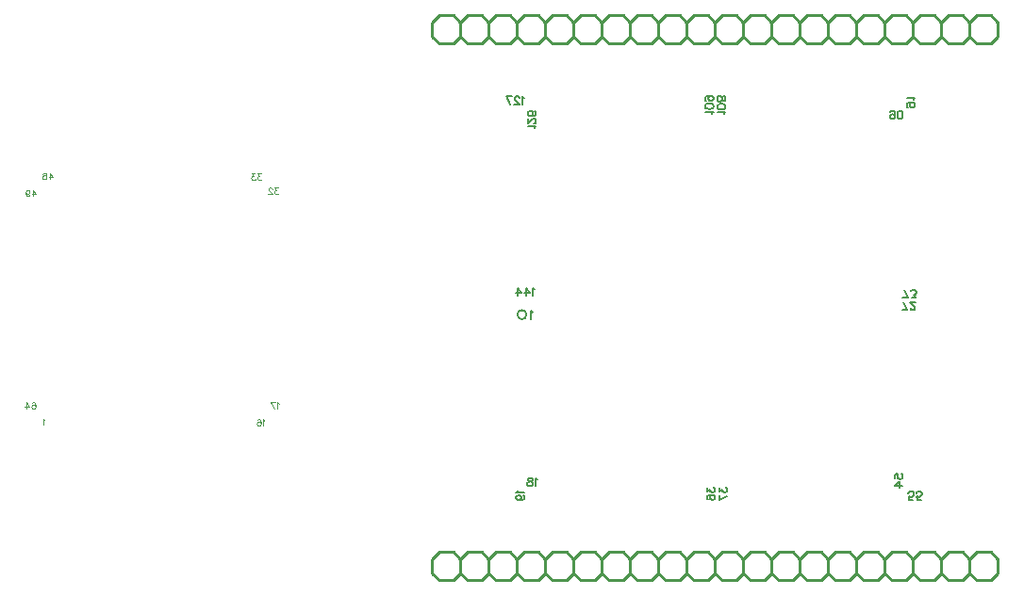
<source format=gbo>
G04 ---------------------------- Layer name :BOTTOM SILK LAYER*
G04 easyEDA 0.1*
G04 Scale: 100 percent, Rotated: No, Reflected: No *
G04 Dimensions in inches *
G04 leading zeros omitted , absolute positions ,2 integer and 4 * 
%FSLAX24Y24*%
%MOIN*%
G90*
G70D02*

%ADD10C,0.010000*%
%ADD11C,0.007874*%
%ADD12C,0.006000*%
%ADD13C,0.003937*%

%LPD*%
G54D10*
G01X21450Y77800D02*
G01X20950Y77800D01*
G01X20950Y77800D02*
G01X20700Y77550D01*
G01X20700Y77550D02*
G01X20700Y77050D01*
G01X20700Y77050D02*
G01X20950Y76800D01*
G01X22700Y77550D02*
G01X22450Y77800D01*
G01X22450Y77800D02*
G01X21950Y77800D01*
G01X21950Y77800D02*
G01X21700Y77550D01*
G01X21700Y77550D02*
G01X21700Y77050D01*
G01X21700Y77050D02*
G01X21950Y76800D01*
G01X21950Y76800D02*
G01X22450Y76800D01*
G01X22450Y76800D02*
G01X22700Y77050D01*
G01X21450Y77800D02*
G01X21700Y77550D01*
G01X21700Y77050D02*
G01X21450Y76800D01*
G01X20950Y76800D02*
G01X21450Y76800D01*
G01X24450Y77800D02*
G01X23950Y77800D01*
G01X23950Y77800D02*
G01X23700Y77550D01*
G01X23700Y77550D02*
G01X23700Y77050D01*
G01X23700Y77050D02*
G01X23950Y76800D01*
G01X23700Y77550D02*
G01X23450Y77800D01*
G01X23450Y77800D02*
G01X22950Y77800D01*
G01X22950Y77800D02*
G01X22700Y77550D01*
G01X22700Y77550D02*
G01X22700Y77050D01*
G01X22700Y77050D02*
G01X22950Y76800D01*
G01X22950Y76800D02*
G01X23450Y76800D01*
G01X23450Y76800D02*
G01X23700Y77050D01*
G01X25700Y77550D02*
G01X25450Y77800D01*
G01X25450Y77800D02*
G01X24950Y77800D01*
G01X24950Y77800D02*
G01X24700Y77550D01*
G01X24700Y77550D02*
G01X24700Y77050D01*
G01X24700Y77050D02*
G01X24950Y76800D01*
G01X24950Y76800D02*
G01X25450Y76800D01*
G01X25450Y76800D02*
G01X25700Y77050D01*
G01X24450Y77800D02*
G01X24700Y77550D01*
G01X24700Y77050D02*
G01X24450Y76800D01*
G01X23950Y76800D02*
G01X24450Y76800D01*
G01X27450Y77800D02*
G01X26950Y77800D01*
G01X26950Y77800D02*
G01X26700Y77550D01*
G01X26700Y77550D02*
G01X26700Y77050D01*
G01X26700Y77050D02*
G01X26950Y76800D01*
G01X26700Y77550D02*
G01X26450Y77800D01*
G01X26450Y77800D02*
G01X25950Y77800D01*
G01X25950Y77800D02*
G01X25700Y77550D01*
G01X25700Y77550D02*
G01X25700Y77050D01*
G01X25700Y77050D02*
G01X25950Y76800D01*
G01X25950Y76800D02*
G01X26450Y76800D01*
G01X26450Y76800D02*
G01X26700Y77050D01*
G01X28700Y77550D02*
G01X28450Y77800D01*
G01X28450Y77800D02*
G01X27950Y77800D01*
G01X27950Y77800D02*
G01X27700Y77550D01*
G01X27700Y77550D02*
G01X27700Y77050D01*
G01X27700Y77050D02*
G01X27950Y76800D01*
G01X27950Y76800D02*
G01X28450Y76800D01*
G01X28450Y76800D02*
G01X28700Y77050D01*
G01X27450Y77800D02*
G01X27700Y77550D01*
G01X27700Y77050D02*
G01X27450Y76800D01*
G01X26950Y76800D02*
G01X27450Y76800D01*
G01X30450Y77800D02*
G01X29950Y77800D01*
G01X29950Y77800D02*
G01X29700Y77550D01*
G01X29700Y77550D02*
G01X29700Y77050D01*
G01X29700Y77050D02*
G01X29950Y76800D01*
G01X29700Y77550D02*
G01X29450Y77800D01*
G01X29450Y77800D02*
G01X28950Y77800D01*
G01X28950Y77800D02*
G01X28700Y77550D01*
G01X28700Y77550D02*
G01X28700Y77050D01*
G01X28700Y77050D02*
G01X28950Y76800D01*
G01X28950Y76800D02*
G01X29450Y76800D01*
G01X29450Y76800D02*
G01X29700Y77050D01*
G01X31700Y77550D02*
G01X31450Y77800D01*
G01X31450Y77800D02*
G01X30950Y77800D01*
G01X30950Y77800D02*
G01X30700Y77550D01*
G01X30700Y77550D02*
G01X30700Y77050D01*
G01X30700Y77050D02*
G01X30950Y76800D01*
G01X30950Y76800D02*
G01X31450Y76800D01*
G01X31450Y76800D02*
G01X31700Y77050D01*
G01X30450Y77800D02*
G01X30700Y77550D01*
G01X30700Y77050D02*
G01X30450Y76800D01*
G01X29950Y76800D02*
G01X30450Y76800D01*
G01X33450Y77800D02*
G01X32950Y77800D01*
G01X32950Y77800D02*
G01X32700Y77550D01*
G01X32700Y77550D02*
G01X32700Y77050D01*
G01X32700Y77050D02*
G01X32950Y76800D01*
G01X32700Y77550D02*
G01X32450Y77800D01*
G01X32450Y77800D02*
G01X31950Y77800D01*
G01X31950Y77800D02*
G01X31700Y77550D01*
G01X31700Y77550D02*
G01X31700Y77050D01*
G01X31700Y77050D02*
G01X31950Y76800D01*
G01X31950Y76800D02*
G01X32450Y76800D01*
G01X32450Y76800D02*
G01X32700Y77050D01*
G01X34700Y77550D02*
G01X34450Y77800D01*
G01X34450Y77800D02*
G01X33950Y77800D01*
G01X33950Y77800D02*
G01X33700Y77550D01*
G01X33700Y77550D02*
G01X33700Y77050D01*
G01X33700Y77050D02*
G01X33950Y76800D01*
G01X33950Y76800D02*
G01X34450Y76800D01*
G01X34450Y76800D02*
G01X34700Y77050D01*
G01X33450Y77800D02*
G01X33700Y77550D01*
G01X33700Y77050D02*
G01X33450Y76800D01*
G01X32950Y76800D02*
G01X33450Y76800D01*
G01X36450Y77800D02*
G01X35950Y77800D01*
G01X35950Y77800D02*
G01X35700Y77550D01*
G01X35700Y77550D02*
G01X35700Y77050D01*
G01X35700Y77050D02*
G01X35950Y76800D01*
G01X35700Y77550D02*
G01X35450Y77800D01*
G01X35450Y77800D02*
G01X34950Y77800D01*
G01X34950Y77800D02*
G01X34700Y77550D01*
G01X34700Y77550D02*
G01X34700Y77050D01*
G01X34700Y77050D02*
G01X34950Y76800D01*
G01X34950Y76800D02*
G01X35450Y76800D01*
G01X35450Y76800D02*
G01X35700Y77050D01*
G01X37700Y77550D02*
G01X37450Y77800D01*
G01X37450Y77800D02*
G01X36950Y77800D01*
G01X36950Y77800D02*
G01X36700Y77550D01*
G01X36700Y77550D02*
G01X36700Y77050D01*
G01X36700Y77050D02*
G01X36950Y76800D01*
G01X36950Y76800D02*
G01X37450Y76800D01*
G01X37450Y76800D02*
G01X37700Y77050D01*
G01X36450Y77800D02*
G01X36700Y77550D01*
G01X36700Y77050D02*
G01X36450Y76800D01*
G01X35950Y76800D02*
G01X36450Y76800D01*
G01X39450Y77800D02*
G01X38950Y77800D01*
G01X38950Y77800D02*
G01X38700Y77550D01*
G01X38700Y77550D02*
G01X38700Y77050D01*
G01X38700Y77050D02*
G01X38950Y76800D01*
G01X38700Y77550D02*
G01X38450Y77800D01*
G01X38450Y77800D02*
G01X37950Y77800D01*
G01X37950Y77800D02*
G01X37700Y77550D01*
G01X37700Y77550D02*
G01X37700Y77050D01*
G01X37700Y77050D02*
G01X37950Y76800D01*
G01X37950Y76800D02*
G01X38450Y76800D01*
G01X38450Y76800D02*
G01X38700Y77050D01*
G01X39700Y77550D02*
G01X39700Y77050D01*
G01X39450Y77800D02*
G01X39700Y77550D01*
G01X39700Y77050D02*
G01X39450Y76800D01*
G01X38950Y76800D02*
G01X39450Y76800D01*
G01X20450Y77800D02*
G01X19950Y77800D01*
G01X19950Y77800D02*
G01X19700Y77550D01*
G01X19700Y77550D02*
G01X19700Y77050D01*
G01X19700Y77050D02*
G01X19950Y76800D01*
G01X20450Y77800D02*
G01X20700Y77550D01*
G01X20700Y77050D02*
G01X20450Y76800D01*
G01X19950Y76800D02*
G01X20450Y76800D01*
G01X21450Y58800D02*
G01X20950Y58800D01*
G01X20950Y58800D02*
G01X20700Y58550D01*
G01X20700Y58550D02*
G01X20700Y58050D01*
G01X20700Y58050D02*
G01X20950Y57800D01*
G01X22700Y58550D02*
G01X22450Y58800D01*
G01X22450Y58800D02*
G01X21950Y58800D01*
G01X21950Y58800D02*
G01X21700Y58550D01*
G01X21700Y58550D02*
G01X21700Y58050D01*
G01X21700Y58050D02*
G01X21950Y57800D01*
G01X21950Y57800D02*
G01X22450Y57800D01*
G01X22450Y57800D02*
G01X22700Y58050D01*
G01X21450Y58800D02*
G01X21700Y58550D01*
G01X21700Y58050D02*
G01X21450Y57800D01*
G01X20950Y57800D02*
G01X21450Y57800D01*
G01X24450Y58800D02*
G01X23950Y58800D01*
G01X23950Y58800D02*
G01X23700Y58550D01*
G01X23700Y58550D02*
G01X23700Y58050D01*
G01X23700Y58050D02*
G01X23950Y57800D01*
G01X23700Y58550D02*
G01X23450Y58800D01*
G01X23450Y58800D02*
G01X22950Y58800D01*
G01X22950Y58800D02*
G01X22700Y58550D01*
G01X22700Y58550D02*
G01X22700Y58050D01*
G01X22700Y58050D02*
G01X22950Y57800D01*
G01X22950Y57800D02*
G01X23450Y57800D01*
G01X23450Y57800D02*
G01X23700Y58050D01*
G01X25700Y58550D02*
G01X25450Y58800D01*
G01X25450Y58800D02*
G01X24950Y58800D01*
G01X24950Y58800D02*
G01X24700Y58550D01*
G01X24700Y58550D02*
G01X24700Y58050D01*
G01X24700Y58050D02*
G01X24950Y57800D01*
G01X24950Y57800D02*
G01X25450Y57800D01*
G01X25450Y57800D02*
G01X25700Y58050D01*
G01X24450Y58800D02*
G01X24700Y58550D01*
G01X24700Y58050D02*
G01X24450Y57800D01*
G01X23950Y57800D02*
G01X24450Y57800D01*
G01X27450Y58800D02*
G01X26950Y58800D01*
G01X26950Y58800D02*
G01X26700Y58550D01*
G01X26700Y58550D02*
G01X26700Y58050D01*
G01X26700Y58050D02*
G01X26950Y57800D01*
G01X26700Y58550D02*
G01X26450Y58800D01*
G01X26450Y58800D02*
G01X25950Y58800D01*
G01X25950Y58800D02*
G01X25700Y58550D01*
G01X25700Y58550D02*
G01X25700Y58050D01*
G01X25700Y58050D02*
G01X25950Y57800D01*
G01X25950Y57800D02*
G01X26450Y57800D01*
G01X26450Y57800D02*
G01X26700Y58050D01*
G01X28700Y58550D02*
G01X28450Y58800D01*
G01X28450Y58800D02*
G01X27950Y58800D01*
G01X27950Y58800D02*
G01X27700Y58550D01*
G01X27700Y58550D02*
G01X27700Y58050D01*
G01X27700Y58050D02*
G01X27950Y57800D01*
G01X27950Y57800D02*
G01X28450Y57800D01*
G01X28450Y57800D02*
G01X28700Y58050D01*
G01X27450Y58800D02*
G01X27700Y58550D01*
G01X27700Y58050D02*
G01X27450Y57800D01*
G01X26950Y57800D02*
G01X27450Y57800D01*
G01X30450Y58800D02*
G01X29950Y58800D01*
G01X29950Y58800D02*
G01X29700Y58550D01*
G01X29700Y58550D02*
G01X29700Y58050D01*
G01X29700Y58050D02*
G01X29950Y57800D01*
G01X29700Y58550D02*
G01X29450Y58800D01*
G01X29450Y58800D02*
G01X28950Y58800D01*
G01X28950Y58800D02*
G01X28700Y58550D01*
G01X28700Y58550D02*
G01X28700Y58050D01*
G01X28700Y58050D02*
G01X28950Y57800D01*
G01X28950Y57800D02*
G01X29450Y57800D01*
G01X29450Y57800D02*
G01X29700Y58050D01*
G01X31700Y58550D02*
G01X31450Y58800D01*
G01X31450Y58800D02*
G01X30950Y58800D01*
G01X30950Y58800D02*
G01X30700Y58550D01*
G01X30700Y58550D02*
G01X30700Y58050D01*
G01X30700Y58050D02*
G01X30950Y57800D01*
G01X30950Y57800D02*
G01X31450Y57800D01*
G01X31450Y57800D02*
G01X31700Y58050D01*
G01X30450Y58800D02*
G01X30700Y58550D01*
G01X30700Y58050D02*
G01X30450Y57800D01*
G01X29950Y57800D02*
G01X30450Y57800D01*
G01X33450Y58800D02*
G01X32950Y58800D01*
G01X32950Y58800D02*
G01X32700Y58550D01*
G01X32700Y58550D02*
G01X32700Y58050D01*
G01X32700Y58050D02*
G01X32950Y57800D01*
G01X32700Y58550D02*
G01X32450Y58800D01*
G01X32450Y58800D02*
G01X31950Y58800D01*
G01X31950Y58800D02*
G01X31700Y58550D01*
G01X31700Y58550D02*
G01X31700Y58050D01*
G01X31700Y58050D02*
G01X31950Y57800D01*
G01X31950Y57800D02*
G01X32450Y57800D01*
G01X32450Y57800D02*
G01X32700Y58050D01*
G01X34700Y58550D02*
G01X34450Y58800D01*
G01X34450Y58800D02*
G01X33950Y58800D01*
G01X33950Y58800D02*
G01X33700Y58550D01*
G01X33700Y58550D02*
G01X33700Y58050D01*
G01X33700Y58050D02*
G01X33950Y57800D01*
G01X33950Y57800D02*
G01X34450Y57800D01*
G01X34450Y57800D02*
G01X34700Y58050D01*
G01X33450Y58800D02*
G01X33700Y58550D01*
G01X33700Y58050D02*
G01X33450Y57800D01*
G01X32950Y57800D02*
G01X33450Y57800D01*
G01X36450Y58800D02*
G01X35950Y58800D01*
G01X35950Y58800D02*
G01X35700Y58550D01*
G01X35700Y58550D02*
G01X35700Y58050D01*
G01X35700Y58050D02*
G01X35950Y57800D01*
G01X35700Y58550D02*
G01X35450Y58800D01*
G01X35450Y58800D02*
G01X34950Y58800D01*
G01X34950Y58800D02*
G01X34700Y58550D01*
G01X34700Y58550D02*
G01X34700Y58050D01*
G01X34700Y58050D02*
G01X34950Y57800D01*
G01X34950Y57800D02*
G01X35450Y57800D01*
G01X35450Y57800D02*
G01X35700Y58050D01*
G01X37700Y58550D02*
G01X37450Y58800D01*
G01X37450Y58800D02*
G01X36950Y58800D01*
G01X36950Y58800D02*
G01X36700Y58550D01*
G01X36700Y58550D02*
G01X36700Y58050D01*
G01X36700Y58050D02*
G01X36950Y57800D01*
G01X36950Y57800D02*
G01X37450Y57800D01*
G01X37450Y57800D02*
G01X37700Y58050D01*
G01X36450Y58800D02*
G01X36700Y58550D01*
G01X36700Y58050D02*
G01X36450Y57800D01*
G01X35950Y57800D02*
G01X36450Y57800D01*
G01X39450Y58800D02*
G01X38950Y58800D01*
G01X38950Y58800D02*
G01X38700Y58550D01*
G01X38700Y58550D02*
G01X38700Y58050D01*
G01X38700Y58050D02*
G01X38950Y57800D01*
G01X38700Y58550D02*
G01X38450Y58800D01*
G01X38450Y58800D02*
G01X37950Y58800D01*
G01X37950Y58800D02*
G01X37700Y58550D01*
G01X37700Y58550D02*
G01X37700Y58050D01*
G01X37700Y58050D02*
G01X37950Y57800D01*
G01X37950Y57800D02*
G01X38450Y57800D01*
G01X38450Y57800D02*
G01X38700Y58050D01*
G01X39700Y58550D02*
G01X39700Y58050D01*
G01X39450Y58800D02*
G01X39700Y58550D01*
G01X39700Y58050D02*
G01X39450Y57800D01*
G01X38950Y57800D02*
G01X39450Y57800D01*
G01X20450Y58800D02*
G01X19950Y58800D01*
G01X19950Y58800D02*
G01X19700Y58550D01*
G01X19700Y58550D02*
G01X19700Y58050D01*
G01X19700Y58050D02*
G01X19950Y57800D01*
G01X20450Y58800D02*
G01X20700Y58550D01*
G01X20700Y58050D02*
G01X20450Y57800D01*
G01X19950Y57800D02*
G01X20450Y57800D01*
G54D12*
G01X29838Y61082D02*
G01X29838Y60932D01*
G01X29948Y61014D01*
G01X29948Y60973D01*
G01X29961Y60946D01*
G01X29975Y60932D01*
G01X30016Y60919D01*
G01X30043Y60919D01*
G01X30084Y60932D01*
G01X30111Y60959D01*
G01X30125Y61000D01*
G01X30125Y61041D01*
G01X30111Y61082D01*
G01X30098Y61096D01*
G01X30070Y61109D01*
G01X29838Y60638D02*
G01X30125Y60774D01*
G01X29838Y60829D02*
G01X29838Y60638D01*
G01X29406Y61083D02*
G01X29406Y60933D01*
G01X29514Y61015D01*
G01X29514Y60974D01*
G01X29528Y60946D01*
G01X29543Y60933D01*
G01X29584Y60919D01*
G01X29610Y60919D01*
G01X29652Y60933D01*
G01X29678Y60960D01*
G01X29693Y61001D01*
G01X29693Y61042D01*
G01X29678Y61083D01*
G01X29664Y61096D01*
G01X29638Y61110D01*
G01X29447Y60665D02*
G01X29419Y60679D01*
G01X29406Y60720D01*
G01X29406Y60747D01*
G01X29419Y60788D01*
G01X29460Y60815D01*
G01X29528Y60829D01*
G01X29597Y60829D01*
G01X29652Y60815D01*
G01X29678Y60788D01*
G01X29693Y60747D01*
G01X29693Y60734D01*
G01X29678Y60693D01*
G01X29652Y60665D01*
G01X29610Y60652D01*
G01X29597Y60652D01*
G01X29556Y60665D01*
G01X29528Y60693D01*
G01X29514Y60734D01*
G01X29514Y60747D01*
G01X29528Y60788D01*
G01X29556Y60815D01*
G01X29597Y60829D01*
G01X23248Y67295D02*
G01X23220Y67309D01*
G01X23180Y67350D01*
G01X23180Y67063D01*
G01X23317Y68105D02*
G01X23289Y68119D01*
G01X23249Y68159D01*
G01X23249Y67873D01*
G01X23022Y68159D02*
G01X23159Y67969D01*
G01X22954Y67969D01*
G01X23022Y68159D02*
G01X23022Y67873D01*
G01X22728Y68159D02*
G01X22864Y67969D01*
G01X22660Y67969D01*
G01X22728Y68159D02*
G01X22728Y67873D01*
G01X22718Y60980D02*
G01X22703Y60953D01*
G01X22663Y60912D01*
G01X22950Y60912D01*
G01X22759Y60645D02*
G01X22800Y60658D01*
G01X22827Y60685D01*
G01X22840Y60726D01*
G01X22840Y60740D01*
G01X22827Y60781D01*
G01X22800Y60808D01*
G01X22759Y60822D01*
G01X22744Y60822D01*
G01X22703Y60808D01*
G01X22677Y60781D01*
G01X22663Y60740D01*
G01X22663Y60726D01*
G01X22677Y60685D01*
G01X22703Y60658D01*
G01X22759Y60645D01*
G01X22827Y60645D01*
G01X22894Y60658D01*
G01X22935Y60685D01*
G01X22950Y60726D01*
G01X22950Y60754D01*
G01X22935Y60795D01*
G01X22909Y60808D01*
G01X23412Y61374D02*
G01X23385Y61388D01*
G01X23344Y61429D01*
G01X23344Y61142D01*
G01X23186Y61429D02*
G01X23227Y61415D01*
G01X23240Y61388D01*
G01X23240Y61360D01*
G01X23227Y61333D01*
G01X23199Y61320D01*
G01X23145Y61306D01*
G01X23104Y61292D01*
G01X23077Y61265D01*
G01X23063Y61238D01*
G01X23063Y61197D01*
G01X23077Y61170D01*
G01X23090Y61156D01*
G01X23131Y61142D01*
G01X23186Y61142D01*
G01X23227Y61156D01*
G01X23240Y61170D01*
G01X23254Y61197D01*
G01X23254Y61238D01*
G01X23240Y61265D01*
G01X23213Y61292D01*
G01X23172Y61306D01*
G01X23117Y61320D01*
G01X23090Y61333D01*
G01X23077Y61360D01*
G01X23077Y61388D01*
G01X23090Y61415D01*
G01X23131Y61429D01*
G01X23186Y61429D01*
G01X36696Y60662D02*
G01X36559Y60662D01*
G01X36546Y60785D01*
G01X36559Y60771D01*
G01X36600Y60758D01*
G01X36641Y60758D01*
G01X36682Y60771D01*
G01X36709Y60799D01*
G01X36723Y60840D01*
G01X36723Y60867D01*
G01X36709Y60908D01*
G01X36682Y60935D01*
G01X36641Y60949D01*
G01X36600Y60949D01*
G01X36559Y60935D01*
G01X36546Y60921D01*
G01X36532Y60894D01*
G01X36977Y60662D02*
G01X36840Y60662D01*
G01X36827Y60785D01*
G01X36840Y60771D01*
G01X36881Y60758D01*
G01X36922Y60758D01*
G01X36963Y60771D01*
G01X36990Y60799D01*
G01X37004Y60840D01*
G01X37004Y60867D01*
G01X36990Y60908D01*
G01X36963Y60935D01*
G01X36922Y60949D01*
G01X36881Y60949D01*
G01X36840Y60935D01*
G01X36827Y60921D01*
G01X36813Y60894D01*
G01X36043Y61415D02*
G01X36043Y61553D01*
G01X36165Y61565D01*
G01X36152Y61553D01*
G01X36139Y61511D01*
G01X36139Y61471D01*
G01X36152Y61430D01*
G01X36180Y61403D01*
G01X36221Y61388D01*
G01X36247Y61388D01*
G01X36289Y61403D01*
G01X36315Y61430D01*
G01X36330Y61471D01*
G01X36330Y61511D01*
G01X36315Y61553D01*
G01X36302Y61565D01*
G01X36275Y61580D01*
G01X36043Y61163D02*
G01X36234Y61298D01*
G01X36234Y61094D01*
G01X36043Y61163D02*
G01X36330Y61163D01*
G01X36049Y74228D02*
G01X36036Y74269D01*
G01X36008Y74296D01*
G01X35967Y74310D01*
G01X35954Y74310D01*
G01X35913Y74296D01*
G01X35886Y74269D01*
G01X35872Y74228D01*
G01X35872Y74214D01*
G01X35886Y74173D01*
G01X35913Y74146D01*
G01X35954Y74132D01*
G01X35967Y74132D01*
G01X36008Y74146D01*
G01X36036Y74173D01*
G01X36049Y74228D01*
G01X36049Y74296D01*
G01X36036Y74364D01*
G01X36008Y74405D01*
G01X35967Y74419D01*
G01X35940Y74419D01*
G01X35899Y74405D01*
G01X35886Y74378D01*
G01X36221Y74132D02*
G01X36180Y74146D01*
G01X36153Y74187D01*
G01X36139Y74255D01*
G01X36139Y74296D01*
G01X36153Y74364D01*
G01X36180Y74405D01*
G01X36221Y74419D01*
G01X36248Y74419D01*
G01X36289Y74405D01*
G01X36317Y74364D01*
G01X36330Y74296D01*
G01X36330Y74255D01*
G01X36317Y74187D01*
G01X36289Y74146D01*
G01X36248Y74132D01*
G01X36221Y74132D01*
G01X36663Y74712D02*
G01X36622Y74699D01*
G01X36595Y74671D01*
G01X36581Y74630D01*
G01X36581Y74617D01*
G01X36595Y74576D01*
G01X36622Y74549D01*
G01X36663Y74535D01*
G01X36677Y74535D01*
G01X36718Y74549D01*
G01X36745Y74576D01*
G01X36759Y74617D01*
G01X36759Y74630D01*
G01X36745Y74671D01*
G01X36718Y74699D01*
G01X36663Y74712D01*
G01X36595Y74712D01*
G01X36527Y74699D01*
G01X36486Y74671D01*
G01X36472Y74630D01*
G01X36472Y74603D01*
G01X36486Y74562D01*
G01X36513Y74549D01*
G01X36704Y74802D02*
G01X36718Y74830D01*
G01X36759Y74870D01*
G01X36472Y74870D01*
G01X29582Y74329D02*
G01X29596Y74356D01*
G01X29637Y74397D01*
G01X29350Y74397D01*
G01X29637Y74569D02*
G01X29623Y74528D01*
G01X29582Y74501D01*
G01X29514Y74487D01*
G01X29473Y74487D01*
G01X29405Y74501D01*
G01X29364Y74528D01*
G01X29350Y74569D01*
G01X29350Y74596D01*
G01X29364Y74637D01*
G01X29405Y74664D01*
G01X29473Y74678D01*
G01X29514Y74678D01*
G01X29582Y74664D01*
G01X29623Y74637D01*
G01X29637Y74596D01*
G01X29637Y74569D01*
G01X29541Y74945D02*
G01X29500Y74932D01*
G01X29473Y74904D01*
G01X29459Y74864D01*
G01X29459Y74850D01*
G01X29473Y74809D01*
G01X29500Y74782D01*
G01X29541Y74768D01*
G01X29555Y74768D01*
G01X29596Y74782D01*
G01X29623Y74809D01*
G01X29637Y74850D01*
G01X29637Y74864D01*
G01X29623Y74904D01*
G01X29596Y74932D01*
G01X29541Y74945D01*
G01X29473Y74945D01*
G01X29405Y74932D01*
G01X29364Y74904D01*
G01X29350Y74864D01*
G01X29350Y74836D01*
G01X29364Y74795D01*
G01X29391Y74782D01*
G01X30005Y74315D02*
G01X30019Y74342D01*
G01X30060Y74384D01*
G01X29773Y74384D01*
G01X30060Y74556D02*
G01X30047Y74514D01*
G01X30005Y74487D01*
G01X29937Y74473D01*
G01X29896Y74473D01*
G01X29828Y74488D01*
G01X29787Y74515D01*
G01X29773Y74556D01*
G01X29773Y74583D01*
G01X29787Y74623D01*
G01X29828Y74650D01*
G01X29896Y74665D01*
G01X29937Y74665D01*
G01X30005Y74650D01*
G01X30046Y74623D01*
G01X30060Y74583D01*
G01X30060Y74556D01*
G01X30060Y74823D02*
G01X30046Y74781D01*
G01X30019Y74768D01*
G01X29991Y74768D01*
G01X29964Y74781D01*
G01X29951Y74809D01*
G01X29937Y74863D01*
G01X29923Y74904D01*
G01X29896Y74931D01*
G01X29869Y74946D01*
G01X29828Y74946D01*
G01X29801Y74932D01*
G01X29787Y74919D01*
G01X29773Y74877D01*
G01X29773Y74823D01*
G01X29787Y74781D01*
G01X29801Y74768D01*
G01X29828Y74754D01*
G01X29869Y74754D01*
G01X29896Y74769D01*
G01X29923Y74796D01*
G01X29937Y74836D01*
G01X29951Y74890D01*
G01X29964Y74919D01*
G01X29991Y74932D01*
G01X30019Y74932D01*
G01X30046Y74919D01*
G01X30060Y74877D01*
G01X30060Y74823D01*
G01X22943Y74879D02*
G01X22915Y74892D01*
G01X22875Y74934D01*
G01X22875Y74646D01*
G01X22771Y74865D02*
G01X22771Y74879D01*
G01X22757Y74906D01*
G01X22743Y74919D01*
G01X22717Y74934D01*
G01X22661Y74934D01*
G01X22635Y74919D01*
G01X22621Y74906D01*
G01X22607Y74879D01*
G01X22607Y74852D01*
G01X22621Y74825D01*
G01X22647Y74784D01*
G01X22785Y74646D01*
G01X22593Y74646D01*
G01X22313Y74934D02*
G01X22448Y74646D01*
G01X22503Y74934D02*
G01X22313Y74934D01*
G01X23311Y73809D02*
G01X23325Y73836D01*
G01X23366Y73878D01*
G01X23079Y73878D01*
G01X23297Y73982D02*
G01X23311Y73982D01*
G01X23338Y73994D01*
G01X23352Y74009D01*
G01X23366Y74036D01*
G01X23366Y74090D01*
G01X23352Y74117D01*
G01X23338Y74132D01*
G01X23311Y74144D01*
G01X23284Y74144D01*
G01X23257Y74132D01*
G01X23216Y74105D01*
G01X23079Y73967D01*
G01X23079Y74159D01*
G01X23325Y74413D02*
G01X23352Y74398D01*
G01X23366Y74358D01*
G01X23366Y74331D01*
G01X23352Y74290D01*
G01X23311Y74263D01*
G01X23243Y74248D01*
G01X23175Y74248D01*
G01X23120Y74263D01*
G01X23093Y74290D01*
G01X23079Y74331D01*
G01X23079Y74344D01*
G01X23093Y74384D01*
G01X23120Y74413D01*
G01X23161Y74426D01*
G01X23175Y74426D01*
G01X23216Y74413D01*
G01X23243Y74384D01*
G01X23257Y74344D01*
G01X23257Y74331D01*
G01X23243Y74290D01*
G01X23216Y74263D01*
G01X23175Y74248D01*
G01X36500Y67372D02*
G01X36364Y67659D01*
G01X36309Y67372D02*
G01X36500Y67372D01*
G01X36604Y67442D02*
G01X36604Y67428D01*
G01X36617Y67401D01*
G01X36631Y67386D01*
G01X36658Y67372D01*
G01X36713Y67372D01*
G01X36740Y67386D01*
G01X36754Y67401D01*
G01X36767Y67428D01*
G01X36767Y67455D01*
G01X36754Y67482D01*
G01X36726Y67522D01*
G01X36590Y67659D01*
G01X36781Y67659D01*
G01X36521Y67803D02*
G01X36385Y68090D01*
G01X36330Y67803D02*
G01X36521Y67803D01*
G01X36638Y67803D02*
G01X36788Y67803D01*
G01X36706Y67911D01*
G01X36747Y67911D01*
G01X36775Y67926D01*
G01X36788Y67940D01*
G01X36802Y67981D01*
G01X36802Y68008D01*
G01X36788Y68048D01*
G01X36761Y68076D01*
G01X36720Y68090D01*
G01X36679Y68090D01*
G01X36638Y68076D01*
G01X36625Y68061D01*
G01X36611Y68034D01*
G54D13*
G01X6000Y63486D02*
G01X5978Y63496D01*
G01X5946Y63529D01*
G01X5946Y63303D01*
G01X13764Y63457D02*
G01X13743Y63467D01*
G01X13710Y63500D01*
G01X13710Y63273D01*
G01X13511Y63467D02*
G01X13521Y63488D01*
G01X13554Y63500D01*
G01X13575Y63500D01*
G01X13607Y63488D01*
G01X13629Y63457D01*
G01X13639Y63403D01*
G01X13639Y63350D01*
G01X13629Y63307D01*
G01X13607Y63284D01*
G01X13575Y63273D01*
G01X13564Y63273D01*
G01X13532Y63284D01*
G01X13511Y63307D01*
G01X13500Y63338D01*
G01X13500Y63350D01*
G01X13511Y63382D01*
G01X13532Y63403D01*
G01X13564Y63413D01*
G01X13575Y63413D01*
G01X13607Y63403D01*
G01X13629Y63382D01*
G01X13639Y63350D01*
G01X14275Y64057D02*
G01X14253Y64067D01*
G01X14221Y64100D01*
G01X14221Y63873D01*
G01X14000Y64100D02*
G01X14106Y63873D01*
G01X14150Y64100D02*
G01X14000Y64100D01*
G01X14251Y71700D02*
G01X14132Y71700D01*
G01X14197Y71613D01*
G01X14165Y71613D01*
G01X14143Y71603D01*
G01X14132Y71592D01*
G01X14122Y71559D01*
G01X14122Y71538D01*
G01X14132Y71507D01*
G01X14154Y71484D01*
G01X14186Y71473D01*
G01X14218Y71473D01*
G01X14251Y71484D01*
G01X14261Y71496D01*
G01X14272Y71517D01*
G01X14040Y71646D02*
G01X14040Y71657D01*
G01X14029Y71678D01*
G01X14019Y71688D01*
G01X13997Y71700D01*
G01X13954Y71700D01*
G01X13933Y71688D01*
G01X13922Y71678D01*
G01X13911Y71657D01*
G01X13911Y71634D01*
G01X13922Y71613D01*
G01X13943Y71582D01*
G01X14051Y71473D01*
G01X13900Y71473D01*
G01X13651Y72200D02*
G01X13532Y72200D01*
G01X13597Y72113D01*
G01X13565Y72113D01*
G01X13543Y72103D01*
G01X13532Y72092D01*
G01X13522Y72059D01*
G01X13522Y72038D01*
G01X13532Y72007D01*
G01X13554Y71984D01*
G01X13586Y71973D01*
G01X13618Y71973D01*
G01X13651Y71984D01*
G01X13661Y71996D01*
G01X13672Y72017D01*
G01X13429Y72200D02*
G01X13311Y72200D01*
G01X13376Y72113D01*
G01X13343Y72113D01*
G01X13322Y72103D01*
G01X13311Y72092D01*
G01X13300Y72059D01*
G01X13300Y72038D01*
G01X13311Y72007D01*
G01X13333Y71984D01*
G01X13365Y71973D01*
G01X13397Y71973D01*
G01X13429Y71984D01*
G01X13440Y71996D01*
G01X13451Y72017D01*
G01X6193Y72229D02*
G01X6300Y72079D01*
G01X6139Y72079D01*
G01X6193Y72229D02*
G01X6193Y72003D01*
G01X6014Y72229D02*
G01X6047Y72217D01*
G01X6057Y72196D01*
G01X6057Y72175D01*
G01X6047Y72154D01*
G01X6025Y72142D01*
G01X5982Y72132D01*
G01X5950Y72121D01*
G01X5928Y72100D01*
G01X5918Y72079D01*
G01X5918Y72046D01*
G01X5928Y72025D01*
G01X5939Y72013D01*
G01X5971Y72003D01*
G01X6014Y72003D01*
G01X6047Y72013D01*
G01X6057Y72025D01*
G01X6068Y72046D01*
G01X6068Y72079D01*
G01X6057Y72100D01*
G01X6036Y72121D01*
G01X6004Y72132D01*
G01X5961Y72142D01*
G01X5939Y72154D01*
G01X5928Y72175D01*
G01X5928Y72196D01*
G01X5939Y72217D01*
G01X5971Y72229D01*
G01X6014Y72229D01*
G01X5592Y71629D02*
G01X5700Y71479D01*
G01X5538Y71479D01*
G01X5592Y71629D02*
G01X5592Y71403D01*
G01X5328Y71554D02*
G01X5338Y71521D01*
G01X5361Y71500D01*
G01X5392Y71488D01*
G01X5403Y71488D01*
G01X5436Y71500D01*
G01X5457Y71521D01*
G01X5467Y71554D01*
G01X5467Y71563D01*
G01X5457Y71596D01*
G01X5436Y71617D01*
G01X5403Y71629D01*
G01X5392Y71629D01*
G01X5361Y71617D01*
G01X5338Y71596D01*
G01X5328Y71554D01*
G01X5328Y71500D01*
G01X5338Y71446D01*
G01X5361Y71413D01*
G01X5392Y71403D01*
G01X5413Y71403D01*
G01X5446Y71413D01*
G01X5457Y71436D01*
G01X5542Y64067D02*
G01X5553Y64088D01*
G01X5586Y64100D01*
G01X5607Y64100D01*
G01X5640Y64088D01*
G01X5661Y64057D01*
G01X5671Y64003D01*
G01X5671Y63950D01*
G01X5661Y63907D01*
G01X5640Y63884D01*
G01X5607Y63873D01*
G01X5596Y63873D01*
G01X5565Y63884D01*
G01X5542Y63907D01*
G01X5532Y63938D01*
G01X5532Y63950D01*
G01X5542Y63982D01*
G01X5565Y64003D01*
G01X5596Y64013D01*
G01X5607Y64013D01*
G01X5640Y64003D01*
G01X5661Y63982D01*
G01X5671Y63950D01*
G01X5353Y64100D02*
G01X5461Y63950D01*
G01X5300Y63950D01*
G01X5353Y64100D02*
G01X5353Y63873D01*
G54D11*
G75*
G01X23030Y67209D02*
G03X23030Y67209I-161J0D01*
G01*

M00*
M02*
</source>
